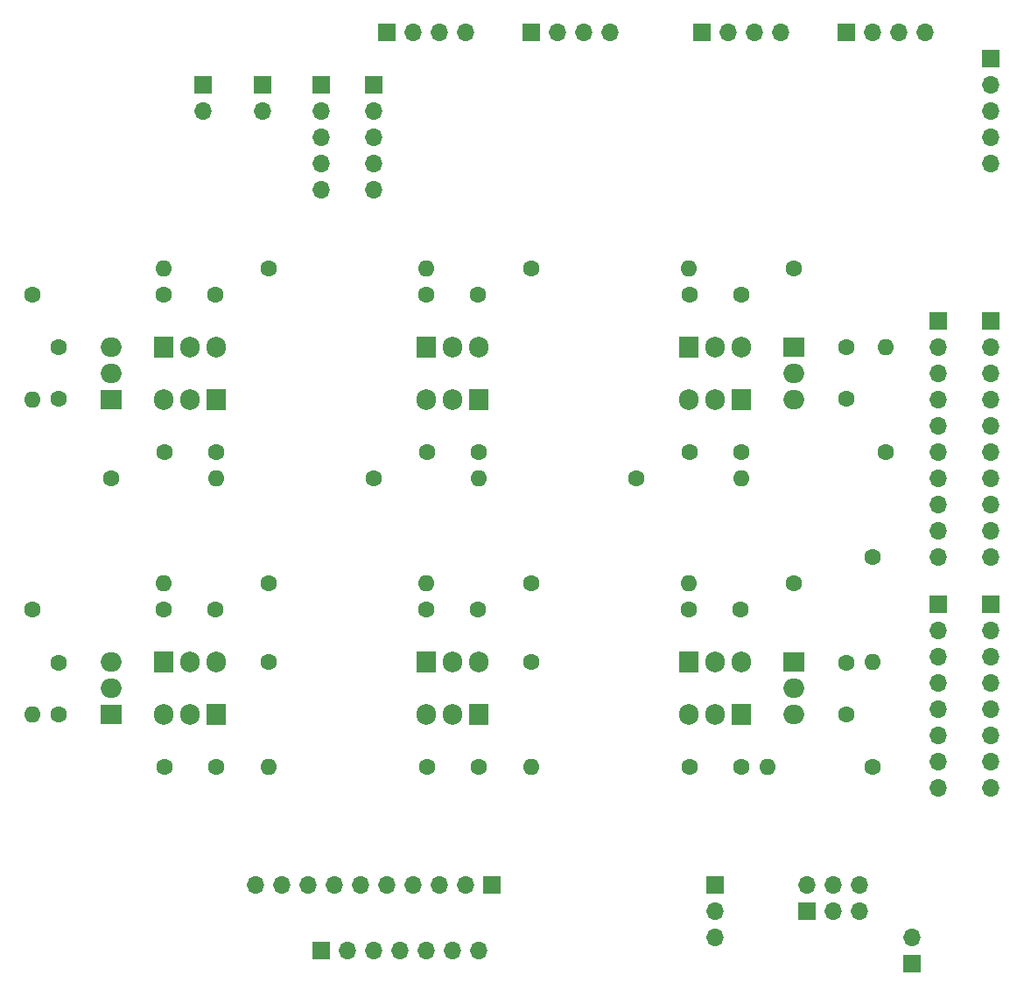
<source format=gbr>
%TF.GenerationSoftware,KiCad,Pcbnew,(5.1.6)-1*%
%TF.CreationDate,2020-09-23T12:19:09+02:00*%
%TF.ProjectId,ExtendedBoardCopy,45787465-6e64-4656-9442-6f617264436f,rev?*%
%TF.SameCoordinates,Original*%
%TF.FileFunction,Copper,L2,Bot*%
%TF.FilePolarity,Positive*%
%FSLAX46Y46*%
G04 Gerber Fmt 4.6, Leading zero omitted, Abs format (unit mm)*
G04 Created by KiCad (PCBNEW (5.1.6)-1) date 2020-09-23 12:19:09*
%MOMM*%
%LPD*%
G01*
G04 APERTURE LIST*
%TA.AperFunction,ComponentPad*%
%ADD10O,2.000000X1.905000*%
%TD*%
%TA.AperFunction,ComponentPad*%
%ADD11R,2.000000X1.905000*%
%TD*%
%TA.AperFunction,ComponentPad*%
%ADD12O,1.600000X1.600000*%
%TD*%
%TA.AperFunction,ComponentPad*%
%ADD13C,1.600000*%
%TD*%
%TA.AperFunction,ComponentPad*%
%ADD14O,1.700000X1.700000*%
%TD*%
%TA.AperFunction,ComponentPad*%
%ADD15R,1.700000X1.700000*%
%TD*%
%TA.AperFunction,ComponentPad*%
%ADD16R,1.905000X2.000000*%
%TD*%
%TA.AperFunction,ComponentPad*%
%ADD17O,1.905000X2.000000*%
%TD*%
G04 APERTURE END LIST*
D10*
%TO.P,Q5,3*%
%TO.N,GND*%
X167640000Y-101600000D03*
%TO.P,Q5,2*%
%TO.N,LED05*%
X167640000Y-99060000D03*
D11*
%TO.P,Q5,1*%
%TO.N,Net-(C5-Pad1)*%
X167640000Y-96520000D03*
%TD*%
D12*
%TO.P,R4,2*%
%TO.N,Net-(C4-Pad1)*%
X157480000Y-88900000D03*
D13*
%TO.P,R4,1*%
%TO.N,D04*%
X167640000Y-88900000D03*
%TD*%
D12*
%TO.P,R6,2*%
%TO.N,Net-(C6-Pad1)*%
X162560000Y-109220000D03*
D13*
%TO.P,R6,1*%
%TO.N,D06*%
X152400000Y-109220000D03*
%TD*%
%TO.P,C1,1*%
%TO.N,Net-(C1-Pad1)*%
X96520000Y-101520000D03*
%TO.P,C1,2*%
%TO.N,GND*%
X96520000Y-96520000D03*
%TD*%
%TO.P,C2,2*%
%TO.N,GND*%
X111680000Y-91440000D03*
%TO.P,C2,1*%
%TO.N,Net-(C2-Pad1)*%
X106680000Y-91440000D03*
%TD*%
%TO.P,C3,2*%
%TO.N,GND*%
X137080000Y-91440000D03*
%TO.P,C3,1*%
%TO.N,Net-(C3-Pad1)*%
X132080000Y-91440000D03*
%TD*%
%TO.P,C4,1*%
%TO.N,Net-(C4-Pad1)*%
X157560000Y-91440000D03*
%TO.P,C4,2*%
%TO.N,GND*%
X162560000Y-91440000D03*
%TD*%
%TO.P,C5,1*%
%TO.N,Net-(C5-Pad1)*%
X172720000Y-96520000D03*
%TO.P,C5,2*%
%TO.N,GND*%
X172720000Y-101520000D03*
%TD*%
%TO.P,C6,1*%
%TO.N,Net-(C6-Pad1)*%
X162560000Y-106680000D03*
%TO.P,C6,2*%
%TO.N,GND*%
X157560000Y-106680000D03*
%TD*%
%TO.P,C7,2*%
%TO.N,GND*%
X132160000Y-106680000D03*
%TO.P,C7,1*%
%TO.N,Net-(C7-Pad1)*%
X137160000Y-106680000D03*
%TD*%
%TO.P,C8,2*%
%TO.N,GND*%
X106760000Y-106680000D03*
%TO.P,C8,1*%
%TO.N,Net-(C8-Pad1)*%
X111760000Y-106680000D03*
%TD*%
%TO.P,C9,2*%
%TO.N,GND*%
X96520000Y-127080000D03*
%TO.P,C9,1*%
%TO.N,Net-(C9-Pad1)*%
X96520000Y-132080000D03*
%TD*%
%TO.P,C10,1*%
%TO.N,Net-(C10-Pad1)*%
X106680000Y-121920000D03*
%TO.P,C10,2*%
%TO.N,GND*%
X111680000Y-121920000D03*
%TD*%
%TO.P,C11,1*%
%TO.N,Net-(C11-Pad1)*%
X111760000Y-137160000D03*
%TO.P,C11,2*%
%TO.N,GND*%
X106760000Y-137160000D03*
%TD*%
%TO.P,C12,2*%
%TO.N,GND*%
X137080000Y-121920000D03*
%TO.P,C12,1*%
%TO.N,Net-(C12-Pad1)*%
X132080000Y-121920000D03*
%TD*%
%TO.P,C13,2*%
%TO.N,GND*%
X132160000Y-137160000D03*
%TO.P,C13,1*%
%TO.N,Net-(C13-Pad1)*%
X137160000Y-137160000D03*
%TD*%
%TO.P,C14,2*%
%TO.N,GND*%
X162480000Y-121920000D03*
%TO.P,C14,1*%
%TO.N,Net-(C14-Pad1)*%
X157480000Y-121920000D03*
%TD*%
%TO.P,C15,1*%
%TO.N,Net-(C15-Pad1)*%
X172720000Y-127080000D03*
%TO.P,C15,2*%
%TO.N,GND*%
X172720000Y-132080000D03*
%TD*%
%TO.P,C16,1*%
%TO.N,Net-(C16-Pad1)*%
X162560000Y-137160000D03*
%TO.P,C16,2*%
%TO.N,GND*%
X157560000Y-137160000D03*
%TD*%
D14*
%TO.P,J5,10*%
%TO.N,DI8*%
X186690000Y-116840000D03*
%TO.P,J5,9*%
%TO.N,DI9*%
X186690000Y-114300000D03*
%TO.P,J5,8*%
%TO.N,DI10*%
X186690000Y-111760000D03*
%TO.P,J5,7*%
%TO.N,DI11*%
X186690000Y-109220000D03*
%TO.P,J5,6*%
%TO.N,DI12*%
X186690000Y-106680000D03*
%TO.P,J5,5*%
%TO.N,DI13*%
X186690000Y-104140000D03*
%TO.P,J5,4*%
%TO.N,GND*%
X186690000Y-101600000D03*
%TO.P,J5,3*%
%TO.N,AREF*%
X186690000Y-99060000D03*
%TO.P,J5,2*%
%TO.N,SDA1*%
X186690000Y-96520000D03*
D15*
%TO.P,J5,1*%
%TO.N,SCL1*%
X186690000Y-93980000D03*
%TD*%
D14*
%TO.P,J6,8*%
%TO.N,DI0*%
X181610000Y-139192000D03*
%TO.P,J6,7*%
%TO.N,DI1*%
X181610000Y-136652000D03*
%TO.P,J6,6*%
%TO.N,DI2*%
X181610000Y-134112000D03*
%TO.P,J6,5*%
%TO.N,DI3*%
X181610000Y-131572000D03*
%TO.P,J6,4*%
%TO.N,DI4*%
X181610000Y-129032000D03*
%TO.P,J6,3*%
%TO.N,DI5*%
X181610000Y-126492000D03*
%TO.P,J6,2*%
%TO.N,DI6*%
X181610000Y-123952000D03*
D15*
%TO.P,J6,1*%
%TO.N,DI7*%
X181610000Y-121412000D03*
%TD*%
%TO.P,J7,1*%
%TO.N,SCL1*%
X181610000Y-93980000D03*
D14*
%TO.P,J7,2*%
%TO.N,SDA1*%
X181610000Y-96520000D03*
%TO.P,J7,3*%
%TO.N,AREF*%
X181610000Y-99060000D03*
%TO.P,J7,4*%
%TO.N,GND*%
X181610000Y-101600000D03*
%TO.P,J7,5*%
%TO.N,DI13*%
X181610000Y-104140000D03*
%TO.P,J7,6*%
%TO.N,DI12*%
X181610000Y-106680000D03*
%TO.P,J7,7*%
%TO.N,DI11*%
X181610000Y-109220000D03*
%TO.P,J7,8*%
%TO.N,DI10*%
X181610000Y-111760000D03*
%TO.P,J7,9*%
%TO.N,DI9*%
X181610000Y-114300000D03*
%TO.P,J7,10*%
%TO.N,DI8*%
X181610000Y-116840000D03*
%TD*%
D15*
%TO.P,J8,1*%
%TO.N,DI7*%
X186690000Y-121412000D03*
D14*
%TO.P,J8,2*%
%TO.N,DI6*%
X186690000Y-123952000D03*
%TO.P,J8,3*%
%TO.N,DI5*%
X186690000Y-126492000D03*
%TO.P,J8,4*%
%TO.N,DI4*%
X186690000Y-129032000D03*
%TO.P,J8,5*%
%TO.N,DI3*%
X186690000Y-131572000D03*
%TO.P,J8,6*%
%TO.N,DI2*%
X186690000Y-134112000D03*
%TO.P,J8,7*%
%TO.N,DI1*%
X186690000Y-136652000D03*
%TO.P,J8,8*%
%TO.N,DI0*%
X186690000Y-139192000D03*
%TD*%
D15*
%TO.P,J9,1*%
%TO.N,Vcc*%
X186690000Y-68580000D03*
D14*
%TO.P,J9,2*%
%TO.N,SDA1*%
X186690000Y-71120000D03*
%TO.P,J9,3*%
%TO.N,SCL1*%
X186690000Y-73660000D03*
%TO.P,J9,4*%
%TO.N,DI11*%
X186690000Y-76200000D03*
%TO.P,J9,5*%
%TO.N,GND*%
X186690000Y-78740000D03*
%TD*%
D15*
%TO.P,J11,1*%
%TO.N,GND*%
X160020000Y-148590000D03*
D14*
%TO.P,J11,2*%
%TO.N,Vcc*%
X160020000Y-151130000D03*
%TO.P,J11,3*%
%TO.N,DI10*%
X160020000Y-153670000D03*
%TD*%
D15*
%TO.P,J17,1*%
%TO.N,D01*%
X128270000Y-66040000D03*
D14*
%TO.P,J17,2*%
%TO.N,D02*%
X130810000Y-66040000D03*
%TO.P,J17,3*%
%TO.N,D03*%
X133350000Y-66040000D03*
%TO.P,J17,4*%
%TO.N,D04*%
X135890000Y-66040000D03*
%TD*%
%TO.P,J18,4*%
%TO.N,D08*%
X149860000Y-66040000D03*
%TO.P,J18,3*%
%TO.N,D07*%
X147320000Y-66040000D03*
%TO.P,J18,2*%
%TO.N,D06*%
X144780000Y-66040000D03*
D15*
%TO.P,J18,1*%
%TO.N,D05*%
X142240000Y-66040000D03*
%TD*%
D14*
%TO.P,J19,4*%
%TO.N,D12*%
X166370000Y-66040000D03*
%TO.P,J19,3*%
%TO.N,D11*%
X163830000Y-66040000D03*
%TO.P,J19,2*%
%TO.N,D10*%
X161290000Y-66040000D03*
D15*
%TO.P,J19,1*%
%TO.N,D09*%
X158750000Y-66040000D03*
%TD*%
%TO.P,J20,1*%
%TO.N,D13*%
X172720000Y-66040000D03*
D14*
%TO.P,J20,2*%
%TO.N,D14*%
X175260000Y-66040000D03*
%TO.P,J20,3*%
%TO.N,D15*%
X177800000Y-66040000D03*
%TO.P,J20,4*%
%TO.N,D16*%
X180340000Y-66040000D03*
%TD*%
D11*
%TO.P,Q1,1*%
%TO.N,Net-(C1-Pad1)*%
X101600000Y-101600000D03*
D10*
%TO.P,Q1,2*%
%TO.N,LED01*%
X101600000Y-99060000D03*
%TO.P,Q1,3*%
%TO.N,GND*%
X101600000Y-96520000D03*
%TD*%
D16*
%TO.P,Q2,1*%
%TO.N,Net-(C2-Pad1)*%
X106680000Y-96520000D03*
D17*
%TO.P,Q2,2*%
%TO.N,LED02*%
X109220000Y-96520000D03*
%TO.P,Q2,3*%
%TO.N,GND*%
X111760000Y-96520000D03*
%TD*%
%TO.P,Q3,3*%
%TO.N,GND*%
X137160000Y-96520000D03*
%TO.P,Q3,2*%
%TO.N,LED03*%
X134620000Y-96520000D03*
D16*
%TO.P,Q3,1*%
%TO.N,Net-(C3-Pad1)*%
X132080000Y-96520000D03*
%TD*%
D17*
%TO.P,Q4,3*%
%TO.N,GND*%
X162560000Y-96520000D03*
%TO.P,Q4,2*%
%TO.N,LED04*%
X160020000Y-96520000D03*
D16*
%TO.P,Q4,1*%
%TO.N,Net-(C4-Pad1)*%
X157480000Y-96520000D03*
%TD*%
%TO.P,Q6,1*%
%TO.N,Net-(C6-Pad1)*%
X162560000Y-101600000D03*
D17*
%TO.P,Q6,2*%
%TO.N,LED06*%
X160020000Y-101600000D03*
%TO.P,Q6,3*%
%TO.N,GND*%
X157480000Y-101600000D03*
%TD*%
D16*
%TO.P,Q7,1*%
%TO.N,Net-(C7-Pad1)*%
X137160000Y-101600000D03*
D17*
%TO.P,Q7,2*%
%TO.N,LED07*%
X134620000Y-101600000D03*
%TO.P,Q7,3*%
%TO.N,GND*%
X132080000Y-101600000D03*
%TD*%
%TO.P,Q8,3*%
%TO.N,GND*%
X106680000Y-101600000D03*
%TO.P,Q8,2*%
%TO.N,LED08*%
X109220000Y-101600000D03*
D16*
%TO.P,Q8,1*%
%TO.N,Net-(C8-Pad1)*%
X111760000Y-101600000D03*
%TD*%
D10*
%TO.P,Q9,3*%
%TO.N,GND*%
X101600000Y-127000000D03*
%TO.P,Q9,2*%
%TO.N,LED09*%
X101600000Y-129540000D03*
D11*
%TO.P,Q9,1*%
%TO.N,Net-(C9-Pad1)*%
X101600000Y-132080000D03*
%TD*%
D17*
%TO.P,Q10,3*%
%TO.N,GND*%
X111760000Y-127000000D03*
%TO.P,Q10,2*%
%TO.N,LED10*%
X109220000Y-127000000D03*
D16*
%TO.P,Q10,1*%
%TO.N,Net-(C10-Pad1)*%
X106680000Y-127000000D03*
%TD*%
%TO.P,Q11,1*%
%TO.N,Net-(C11-Pad1)*%
X111760000Y-132080000D03*
D17*
%TO.P,Q11,2*%
%TO.N,LED11*%
X109220000Y-132080000D03*
%TO.P,Q11,3*%
%TO.N,GND*%
X106680000Y-132080000D03*
%TD*%
%TO.P,Q12,3*%
%TO.N,GND*%
X137160000Y-127000000D03*
%TO.P,Q12,2*%
%TO.N,LED12*%
X134620000Y-127000000D03*
D16*
%TO.P,Q12,1*%
%TO.N,Net-(C12-Pad1)*%
X132080000Y-127000000D03*
%TD*%
%TO.P,Q13,1*%
%TO.N,Net-(C13-Pad1)*%
X137160000Y-132080000D03*
D17*
%TO.P,Q13,2*%
%TO.N,LED13*%
X134620000Y-132080000D03*
%TO.P,Q13,3*%
%TO.N,GND*%
X132080000Y-132080000D03*
%TD*%
D16*
%TO.P,Q14,1*%
%TO.N,Net-(C14-Pad1)*%
X157480000Y-127000000D03*
D17*
%TO.P,Q14,2*%
%TO.N,LED14*%
X160020000Y-127000000D03*
%TO.P,Q14,3*%
%TO.N,GND*%
X162560000Y-127000000D03*
%TD*%
D11*
%TO.P,Q15,1*%
%TO.N,Net-(C15-Pad1)*%
X167640000Y-127000000D03*
D10*
%TO.P,Q15,2*%
%TO.N,LED15*%
X167640000Y-129540000D03*
%TO.P,Q15,3*%
%TO.N,GND*%
X167640000Y-132080000D03*
%TD*%
D17*
%TO.P,Q16,3*%
%TO.N,GND*%
X157480000Y-132080000D03*
%TO.P,Q16,2*%
%TO.N,LED16*%
X160020000Y-132080000D03*
D16*
%TO.P,Q16,1*%
%TO.N,Net-(C16-Pad1)*%
X162560000Y-132080000D03*
%TD*%
D13*
%TO.P,R1,1*%
%TO.N,D01*%
X93980000Y-91440000D03*
D12*
%TO.P,R1,2*%
%TO.N,Net-(C1-Pad1)*%
X93980000Y-101600000D03*
%TD*%
%TO.P,R2,2*%
%TO.N,Net-(C2-Pad1)*%
X106680000Y-88900000D03*
D13*
%TO.P,R2,1*%
%TO.N,D02*%
X116840000Y-88900000D03*
%TD*%
%TO.P,R3,1*%
%TO.N,D03*%
X142240000Y-88900000D03*
D12*
%TO.P,R3,2*%
%TO.N,Net-(C3-Pad1)*%
X132080000Y-88900000D03*
%TD*%
D13*
%TO.P,R5,1*%
%TO.N,D05*%
X176530000Y-106680000D03*
D12*
%TO.P,R5,2*%
%TO.N,Net-(C5-Pad1)*%
X176530000Y-96520000D03*
%TD*%
D13*
%TO.P,R7,1*%
%TO.N,D07*%
X127000000Y-109220000D03*
D12*
%TO.P,R7,2*%
%TO.N,Net-(C7-Pad1)*%
X137160000Y-109220000D03*
%TD*%
%TO.P,R8,2*%
%TO.N,Net-(C8-Pad1)*%
X111760000Y-109220000D03*
D13*
%TO.P,R8,1*%
%TO.N,D08*%
X101600000Y-109220000D03*
%TD*%
D12*
%TO.P,R9,2*%
%TO.N,Net-(C9-Pad1)*%
X93980000Y-132080000D03*
D13*
%TO.P,R9,1*%
%TO.N,D09*%
X93980000Y-121920000D03*
%TD*%
D12*
%TO.P,R10,2*%
%TO.N,Net-(C10-Pad1)*%
X106680000Y-119380000D03*
D13*
%TO.P,R10,1*%
%TO.N,D10*%
X116840000Y-119380000D03*
%TD*%
%TO.P,R11,1*%
%TO.N,D11*%
X116840000Y-127000000D03*
D12*
%TO.P,R11,2*%
%TO.N,Net-(C11-Pad1)*%
X116840000Y-137160000D03*
%TD*%
%TO.P,R12,2*%
%TO.N,Net-(C12-Pad1)*%
X132080000Y-119380000D03*
D13*
%TO.P,R12,1*%
%TO.N,D12*%
X142240000Y-119380000D03*
%TD*%
%TO.P,R13,1*%
%TO.N,D13*%
X142240000Y-127000000D03*
D12*
%TO.P,R13,2*%
%TO.N,Net-(C13-Pad1)*%
X142240000Y-137160000D03*
%TD*%
D13*
%TO.P,R14,1*%
%TO.N,D14*%
X167640000Y-119380000D03*
D12*
%TO.P,R14,2*%
%TO.N,Net-(C14-Pad1)*%
X157480000Y-119380000D03*
%TD*%
D13*
%TO.P,R15,1*%
%TO.N,D15*%
X175260000Y-116840000D03*
D12*
%TO.P,R15,2*%
%TO.N,Net-(C15-Pad1)*%
X175260000Y-127000000D03*
%TD*%
%TO.P,R16,2*%
%TO.N,Net-(C16-Pad1)*%
X165100000Y-137160000D03*
D13*
%TO.P,R16,1*%
%TO.N,D16*%
X175260000Y-137160000D03*
%TD*%
D15*
%TO.P,J21,1*%
%TO.N,12V+*%
X121920000Y-71120000D03*
D14*
%TO.P,J21,2*%
%TO.N,GND*%
X121920000Y-73660000D03*
%TO.P,J21,3*%
%TO.N,SDA1*%
X121920000Y-76200000D03*
%TO.P,J21,4*%
%TO.N,SCL1*%
X121920000Y-78740000D03*
%TO.P,J21,5*%
%TO.N,Net-(J21-Pad5)*%
X121920000Y-81280000D03*
%TD*%
%TO.P,J22,2*%
%TO.N,GND*%
X116205000Y-73660000D03*
D15*
%TO.P,J22,1*%
%TO.N,12V+*%
X116205000Y-71120000D03*
%TD*%
D14*
%TO.P,J23,5*%
%TO.N,Net-(J23-Pad5)*%
X127000000Y-81280000D03*
%TO.P,J23,4*%
%TO.N,SCL1*%
X127000000Y-78740000D03*
%TO.P,J23,3*%
%TO.N,SDA1*%
X127000000Y-76200000D03*
%TO.P,J23,2*%
%TO.N,GND*%
X127000000Y-73660000D03*
D15*
%TO.P,J23,1*%
%TO.N,12V+*%
X127000000Y-71120000D03*
%TD*%
%TO.P,J24,1*%
%TO.N,5V+*%
X110490000Y-71120000D03*
D14*
%TO.P,J24,2*%
%TO.N,GND*%
X110490000Y-73660000D03*
%TD*%
D15*
%TO.P,J10,1*%
%TO.N,LED10*%
X121920000Y-154940000D03*
D14*
%TO.P,J10,2*%
%TO.N,LED11*%
X124460000Y-154940000D03*
%TO.P,J10,3*%
%TO.N,LED12*%
X127000000Y-154940000D03*
%TO.P,J10,4*%
%TO.N,LED13*%
X129540000Y-154940000D03*
%TO.P,J10,5*%
%TO.N,LED14*%
X132080000Y-154940000D03*
%TO.P,J10,6*%
%TO.N,LED15*%
X134620000Y-154940000D03*
%TO.P,J10,7*%
%TO.N,LED16*%
X137160000Y-154940000D03*
%TD*%
D15*
%TO.P,J16,1*%
%TO.N,LED01*%
X138430000Y-148590000D03*
D14*
%TO.P,J16,2*%
%TO.N,LED02*%
X135890000Y-148590000D03*
%TO.P,J16,3*%
%TO.N,LED03*%
X133350000Y-148590000D03*
%TO.P,J16,4*%
%TO.N,LED04*%
X130810000Y-148590000D03*
%TO.P,J16,5*%
%TO.N,LED05*%
X128270000Y-148590000D03*
%TO.P,J16,6*%
%TO.N,LED06*%
X125730000Y-148590000D03*
%TO.P,J16,7*%
%TO.N,LED07*%
X123190000Y-148590000D03*
%TO.P,J16,8*%
%TO.N,LED08*%
X120650000Y-148590000D03*
%TO.P,J16,9*%
%TO.N,LED09*%
X118110000Y-148590000D03*
%TO.P,J16,10*%
%TO.N,GND*%
X115570000Y-148590000D03*
%TD*%
D15*
%TO.P,J25,1*%
%TO.N,Vcc*%
X168910000Y-151130000D03*
D14*
%TO.P,J25,2*%
%TO.N,GND*%
X168910000Y-148590000D03*
%TO.P,J25,3*%
%TO.N,5V+*%
X171450000Y-151130000D03*
%TO.P,J25,4*%
%TO.N,N/C*%
X171450000Y-148590000D03*
%TO.P,J25,5*%
X173990000Y-151130000D03*
%TO.P,J25,6*%
X173990000Y-148590000D03*
%TD*%
D15*
%TO.P,J1,1*%
%TO.N,Vcc*%
X179070000Y-156210000D03*
D14*
%TO.P,J1,2*%
%TO.N,GND*%
X179070000Y-153670000D03*
%TD*%
M02*

</source>
